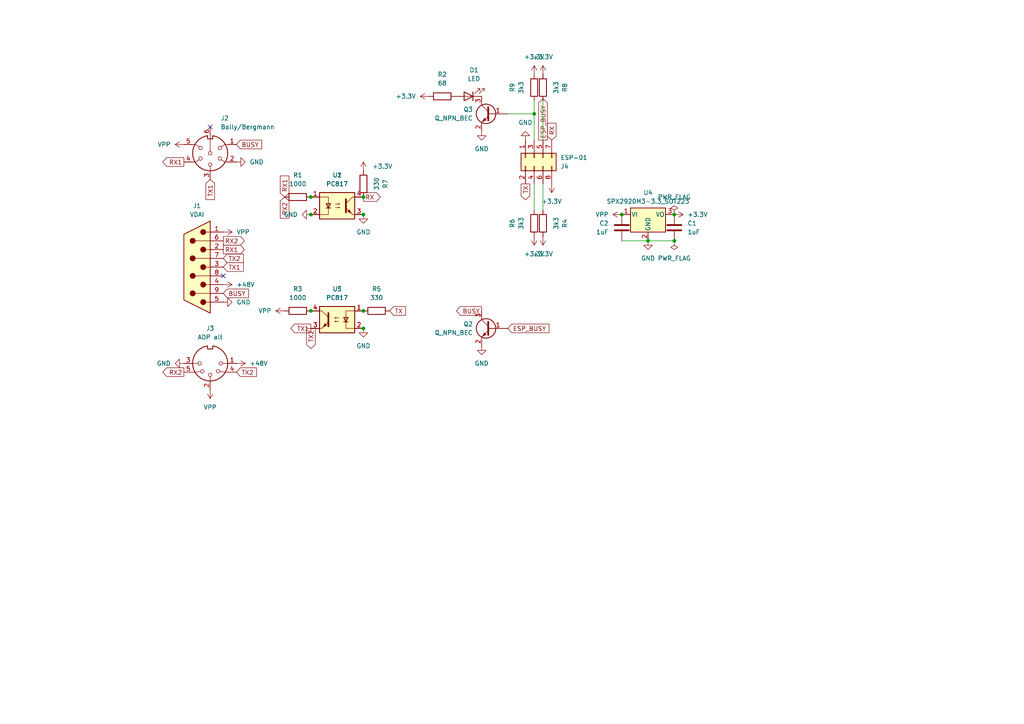
<source format=kicad_sch>
(kicad_sch (version 20231120) (generator "eeschema") (generator_version "8.0")
  (paper "A4")
  (lib_symbols
    (symbol "Connector:DE9_Plug" (pin_names (offset 1.016) hide)
      (property "Reference" "J" (at 0 13.97 0))
      (property "Value" "DE9_Plug" (at 0 -14.605 0))
      (symbol "DE9_Plug_0_1"
        (circle (center -1.778 -10.16) (radius 0.762) (fill (type outline)))
        (circle (center -1.778 -5.08) (radius 0.762) (fill (type outline)))
        (circle (center -1.778 0) (radius 0.762) (fill (type outline)))
        (circle (center -1.778 5.08) (radius 0.762) (fill (type outline)))
        (circle (center -1.778 10.16) (radius 0.762) (fill (type outline)))
        (polyline (pts (xy -3.81 -10.16) (xy -2.54 -10.16)))
        (polyline (pts (xy -3.81 -7.62) (xy 0.508 -7.62)))
        (polyline (pts (xy -3.81 -5.08) (xy -2.54 -5.08)))
        (polyline (pts (xy -3.81 -2.54) (xy 0.508 -2.54)))
        (polyline (pts (xy -3.81 0) (xy -2.54 0)))
        (polyline (pts (xy -3.81 2.54) (xy 0.508 2.54)))
        (polyline (pts (xy -3.81 5.08) (xy -2.54 5.08)))
        (polyline (pts (xy -3.81 7.62) (xy 0.508 7.62)))
        (polyline (pts (xy -3.81 10.16) (xy -2.54 10.16)))
        (polyline (pts (xy -3.81 -13.335) (xy -3.81 13.335) (xy 3.81 9.525) (xy 3.81 -9.525) (xy -3.81 -13.335)) (stroke (width 0.254)) (fill (type background)))
        (circle (center 1.27 -7.62) (radius 0.762) (fill (type outline)))
        (circle (center 1.27 -2.54) (radius 0.762) (fill (type outline)))
        (circle (center 1.27 2.54) (radius 0.762) (fill (type outline)))
        (circle (center 1.27 7.62) (radius 0.762) (fill (type outline)))
      )
      (symbol "DE9_Plug_1_1"
        (pin passive line (at -7.62 -10.16 0) (length 3.81) (name "1") (number "1"))
        (pin passive line (at -7.62 -5.08 0) (length 3.81) (name "2") (number "2"))
        (pin passive line (at -7.62 0 0) (length 3.81) (name "3") (number "3"))
        (pin passive line (at -7.62 5.08 0) (length 3.81) (name "4") (number "4"))
        (pin passive line (at -7.62 10.16 0) (length 3.81) (name "5") (number "5"))
        (pin passive line (at -7.62 -7.62 0) (length 3.81) (name "6") (number "6"))
        (pin passive line (at -7.62 -2.54 0) (length 3.81) (name "7") (number "7"))
        (pin passive line (at -7.62 2.54 0) (length 3.81) (name "8") (number "8"))
        (pin passive line (at -7.62 7.62 0) (length 3.81) (name "9") (number "9"))
      )
    )
    (symbol "Connector:DIN-5_180degree" (pin_names (offset 1.016))
      (property "Reference" "J" (at 3.175 5.715 0))
      (property "Value" "DIN-5_180degree" (at 0 -6.35 0))
      (symbol "DIN-5_180degree_0_1"
        (arc (start -5.08 0) (mid -3.8609 -3.3364) (end -0.762 -5.08) (stroke (width 0.254)))
        (circle (center -3.048 0) (radius 0.508))
        (circle (center -2.286 2.286) (radius 0.508))
        (polyline (pts (xy -5.08 0) (xy -3.556 0)))
        (polyline (pts (xy 0 5.08) (xy 0 3.81)))
        (polyline (pts (xy 5.08 0) (xy 3.556 0)))
        (polyline (pts (xy -5.08 2.54) (xy -4.318 2.54) (xy -2.794 2.286)))
        (polyline (pts (xy 5.08 2.54) (xy 4.318 2.54) (xy 2.794 2.286)))
        (polyline (pts (xy -0.762 -4.953) (xy -0.762 -4.191) (xy 0.762 -4.191) (xy 0.762 -4.953)) (stroke (width 0.254)))
        (circle (center 0 3.302) (radius 0.508))
        (arc (start 0.762 -5.08) (mid 3.8685 -3.343) (end 5.08 0) (stroke (width 0.254)))
        (circle (center 2.286 2.286) (radius 0.508))
        (circle (center 3.048 0) (radius 0.508))
        (arc (start 5.08 0) (mid 0 5.0579) (end -5.08 0) (stroke (width 0.254)))
      )
      (symbol "DIN-5_180degree_1_1"
        (pin passive line (at -7.62 0 0) (length 2.54) (name "~") (number "1"))
        (pin passive line (at 0 7.62 270) (length 2.54) (name "~") (number "2"))
        (pin passive line (at 7.62 0 180) (length 2.54) (name "~") (number "3"))
        (pin passive line (at -7.62 2.54 0) (length 2.54) (name "~") (number "4"))
        (pin passive line (at 7.62 2.54 180) (length 2.54) (name "~") (number "5"))
      )
    )
    (symbol "Connector:DIN-6" (pin_names (offset 1.016))
      (property "Reference" "J" (at 3.175 5.715 0))
      (property "Value" "DIN-6" (at 4.445 -4.445 0))
      (symbol "DIN-6_0_1"
        (arc (start -5.08 0) (mid -3.8609 -3.3364) (end -0.762 -5.08) (stroke (width 0.254)))
        (circle (center -2.794 -1.524) (radius 0.508))
        (circle (center -2.794 1.524) (radius 0.508))
        (polyline (pts (xy 0 -5.08) (xy 0 -0.508)))
        (polyline (pts (xy 0 5.08) (xy 0 3.81)))
        (polyline (pts (xy -5.08 -2.54) (xy -4.318 -2.54) (xy -3.175 -1.905)))
        (polyline (pts (xy -5.08 2.54) (xy -4.318 2.54) (xy -3.175 1.905)))
        (polyline (pts (xy 5.08 -2.54) (xy 4.318 -2.54) (xy 3.175 -1.905)))
        (polyline (pts (xy 5.08 2.54) (xy 4.318 2.54) (xy 3.175 1.905)))
        (polyline (pts (xy -0.762 -4.953) (xy -0.762 -4.191) (xy 0.762 -4.191) (xy 0.762 -4.953)) (stroke (width 0.254)))
        (circle (center 0 0) (radius 0.508))
        (circle (center 0 3.302) (radius 0.508))
        (arc (start 0.762 -5.08) (mid 3.8685 -3.343) (end 5.08 0) (stroke (width 0.254)))
        (circle (center 2.794 -1.524) (radius 0.508))
        (circle (center 2.794 1.524) (radius 0.508))
        (arc (start 5.08 0) (mid 0 5.0579) (end -5.08 0) (stroke (width 0.254)))
      )
      (symbol "DIN-6_1_1"
        (pin passive line (at -7.62 -2.54 0) (length 2.54) (name "~") (number "1"))
        (pin passive line (at -7.62 2.54 0) (length 2.54) (name "~") (number "2"))
        (pin passive line (at 0 7.62 270) (length 2.54) (name "~") (number "3"))
        (pin passive line (at 7.62 2.54 180) (length 2.54) (name "~") (number "4"))
        (pin passive line (at 7.62 -2.54 180) (length 2.54) (name "~") (number "5"))
        (pin passive line (at 0 -7.62 90) (length 2.54) (name "~") (number "6"))
      )
    )
    (symbol "Connector_Generic:Conn_02x04_Odd_Even" (pin_names (offset 1.016) hide)
      (property "Reference" "J" (at 1.27 5.08 0))
      (property "Value" "Conn_02x04_Odd_Even" (at 1.27 -7.62 0))
      (symbol "Conn_02x04_Odd_Even_1_1"
        (rectangle (start -1.27 -4.953) (end 0 -5.207) (stroke (width 0.1524)))
        (rectangle (start -1.27 -2.413) (end 0 -2.667) (stroke (width 0.1524)))
        (rectangle (start -1.27 0.127) (end 0 -0.127) (stroke (width 0.1524)))
        (rectangle (start -1.27 2.667) (end 0 2.413) (stroke (width 0.1524)))
        (rectangle (start -1.27 3.81) (end 3.81 -6.35) (stroke (width 0.254)) (fill (type background)))
        (rectangle (start 3.81 -4.953) (end 2.54 -5.207) (stroke (width 0.1524)))
        (rectangle (start 3.81 -2.413) (end 2.54 -2.667) (stroke (width 0.1524)))
        (rectangle (start 3.81 0.127) (end 2.54 -0.127) (stroke (width 0.1524)))
        (rectangle (start 3.81 2.667) (end 2.54 2.413) (stroke (width 0.1524)))
        (pin passive line (at -5.08 2.54 0) (length 3.81) (name "Pin_1") (number "1"))
        (pin passive line (at 7.62 2.54 180) (length 3.81) (name "Pin_2") (number "2"))
        (pin passive line (at -5.08 0 0) (length 3.81) (name "Pin_3") (number "3"))
        (pin passive line (at 7.62 0 180) (length 3.81) (name "Pin_4") (number "4"))
        (pin passive line (at -5.08 -2.54 0) (length 3.81) (name "Pin_5") (number "5"))
        (pin passive line (at 7.62 -2.54 180) (length 3.81) (name "Pin_6") (number "6"))
        (pin passive line (at -5.08 -5.08 0) (length 3.81) (name "Pin_7") (number "7"))
        (pin passive line (at 7.62 -5.08 180) (length 3.81) (name "Pin_8") (number "8"))
      )
    )
    (symbol "Device:C" (pin_numbers hide) (pin_names (offset 0.254))
      (property "Reference" "C" (at 0.635 2.54 0))
      (property "Value" "C" (at 0.635 -2.54 0))
      (symbol "C_0_1"
        (polyline (pts (xy -2.032 -0.762) (xy 2.032 -0.762)) (stroke (width 0.508)))
        (polyline (pts (xy -2.032 0.762) (xy 2.032 0.762)) (stroke (width 0.508)))
      )
      (symbol "C_1_1"
        (pin passive line (at 0 3.81 270) (length 2.794) (name "~") (number "1"))
        (pin passive line (at 0 -3.81 90) (length 2.794) (name "~") (number "2"))
      )
    )
    (symbol "Device:LED" (pin_numbers hide) (pin_names (offset 1.016) hide)
      (property "Reference" "D" (at 0 2.54 0))
      (property "Value" "LED" (at 0 -2.54 0))
      (symbol "LED_0_1"
        (polyline (pts (xy -1.27 -1.27) (xy -1.27 1.27)) (stroke (width 0.254)))
        (polyline (pts (xy -1.27 0) (xy 1.27 0)))
        (polyline (pts (xy 1.27 -1.27) (xy 1.27 1.27) (xy -1.27 0) (xy 1.27 -1.27)) (stroke (width 0.254)))
        (polyline (pts (xy -3.048 -0.762) (xy -4.572 -2.286) (xy -3.81 -2.286) (xy -4.572 -2.286) (xy -4.572 -1.524)))
        (polyline (pts (xy -1.778 -0.762) (xy -3.302 -2.286) (xy -2.54 -2.286) (xy -3.302 -2.286) (xy -3.302 -1.524)))
      )
      (symbol "LED_1_1"
        (pin passive line (at -3.81 0 0) (length 2.54) (name "K") (number "1"))
        (pin passive line (at 3.81 0 180) (length 2.54) (name "A") (number "2"))
      )
    )
    (symbol "Device:Q_NPN_BEC" (pin_names (offset 0) hide)
      (property "Reference" "Q" (at 5.08 1.27 0))
      (property "Value" "Q_NPN_BEC" (at 5.08 -1.27 0))
      (symbol "Q_NPN_BEC_0_1"
        (polyline (pts (xy 0.635 0.635) (xy 2.54 2.54)))
        (polyline (pts (xy 0.635 -0.635) (xy 2.54 -2.54) (xy 2.54 -2.54)))
        (polyline (pts (xy 0.635 1.905) (xy 0.635 -1.905) (xy 0.635 -1.905)) (stroke (width 0.508)))
        (polyline (pts (xy 1.27 -1.778) (xy 1.778 -1.27) (xy 2.286 -2.286) (xy 1.27 -1.778) (xy 1.27 -1.778)) (fill (type outline)))
        (circle (center 1.27 0) (radius 2.8194) (stroke (width 0.254)))
      )
      (symbol "Q_NPN_BEC_1_1"
        (pin input line (at -5.08 0 0) (length 5.715) (name "B") (number "1"))
        (pin passive line (at 2.54 -5.08 90) (length 2.54) (name "E") (number "2"))
        (pin passive line (at 2.54 5.08 270) (length 2.54) (name "C") (number "3"))
      )
    )
    (symbol "Device:R" (pin_numbers hide) (pin_names (offset 0))
      (property "Reference" "R" (at 2.032 0 90))
      (property "Value" "R" (at 0 0 90))
      (symbol "R_0_1"
        (rectangle (start -1.016 -2.54) (end 1.016 2.54) (stroke (width 0.254)))
      )
      (symbol "R_1_1"
        (pin passive line (at 0 3.81 270) (length 1.27) (name "~") (number "1"))
        (pin passive line (at 0 -3.81 90) (length 1.27) (name "~") (number "2"))
      )
    )
    (symbol "Isolator:PC817" (pin_names (offset 1.016))
      (property "Reference" "U" (at -5.08 5.08 0))
      (property "Value" "PC817" (at 0 5.08 0))
      (symbol "PC817_0_1"
        (rectangle (start -5.08 3.81) (end 5.08 -3.81) (stroke (width 0.254)) (fill (type background)))
        (polyline (pts (xy -3.175 -0.635) (xy -1.905 -0.635)) (stroke (width 0.254)))
        (polyline (pts (xy 2.54 0.635) (xy 4.445 2.54)))
        (polyline (pts (xy 4.445 -2.54) (xy 2.54 -0.635)) (fill (type outline)))
        (polyline (pts (xy 4.445 -2.54) (xy 5.08 -2.54)))
        (polyline (pts (xy 4.445 2.54) (xy 5.08 2.54)))
        (polyline (pts (xy -5.08 2.54) (xy -2.54 2.54) (xy -2.54 -0.635)))
        (polyline (pts (xy -2.54 -0.635) (xy -2.54 -2.54) (xy -5.08 -2.54)))
        (polyline (pts (xy 2.54 1.905) (xy 2.54 -1.905) (xy 2.54 -1.905)) (stroke (width 0.508)))
        (polyline (pts (xy -2.54 -0.635) (xy -3.175 0.635) (xy -1.905 0.635) (xy -2.54 -0.635)) (stroke (width 0.254)))
        (polyline (pts (xy -0.508 -0.508) (xy 0.762 -0.508) (xy 0.381 -0.635) (xy 0.381 -0.381) (xy 0.762 -0.508)))
        (polyline (pts (xy -0.508 0.508) (xy 0.762 0.508) (xy 0.381 0.381) (xy 0.381 0.635) (xy 0.762 0.508)))
        (polyline (pts (xy 3.048 -1.651) (xy 3.556 -1.143) (xy 4.064 -2.159) (xy 3.048 -1.651) (xy 3.048 -1.651)) (fill (type outline)))
      )
      (symbol "PC817_1_1"
        (pin passive line (at -7.62 2.54 0) (length 2.54) (name "~") (number "1"))
        (pin passive line (at -7.62 -2.54 0) (length 2.54) (name "~") (number "2"))
        (pin passive line (at 7.62 -2.54 180) (length 2.54) (name "~") (number "3"))
        (pin passive line (at 7.62 2.54 180) (length 2.54) (name "~") (number "4"))
      )
    )
    (symbol "Regulator_Linear:SPX2920M3-3.3_SOT223" (pin_names (offset 0.254))
      (property "Reference" "U" (at -3.81 3.175 0))
      (property "Value" "SPX2920M3-3.3_SOT223" (at 0 3.175 0))
      (symbol "SPX2920M3-3.3_SOT223_0_1"
        (rectangle (start -5.08 -5.08) (end 5.08 1.905) (stroke (width 0.254)) (fill (type background)))
      )
      (symbol "SPX2920M3-3.3_SOT223_1_1"
        (pin power_in line (at -7.62 0 0) (length 2.54) (name "VI") (number "1"))
        (pin power_in line (at 0 -7.62 90) (length 2.54) (name "GND") (number "2"))
        (pin power_out line (at 7.62 0 180) (length 2.54) (name "VO") (number "3"))
      )
    )
    (symbol "power:+3.3V" (power) (pin_numbers hide) (pin_names (offset 0) hide)
      (property "Value" "+3.3V" (at 0 3.556 0))
      (symbol "+3.3V_0_1"
        (polyline (pts (xy -0.762 1.27) (xy 0 2.54)))
        (polyline (pts (xy 0 0) (xy 0 2.54)))
        (polyline (pts (xy 0 2.54) (xy 0.762 1.27)))
      )
      (symbol "+3.3V_1_1"
        (pin power_in line (at 0 0 90) (length 0) (name "~") (number "1"))
      )
    )
    (symbol "power:+48V" (power) (pin_numbers hide) (pin_names (offset 0) hide)
      (property "Value" "+48V" (at 0 3.556 0))
      (symbol "+48V_0_1"
        (polyline (pts (xy -0.762 1.27) (xy 0 2.54)))
        (polyline (pts (xy 0 0) (xy 0 2.54)))
        (polyline (pts (xy 0 2.54) (xy 0.762 1.27)))
      )
      (symbol "+48V_1_1"
        (pin power_in line (at 0 0 90) (length 0) (name "~") (number "1"))
      )
    )
    (symbol "power:GND" (power) (pin_numbers hide) (pin_names (offset 0) hide)
      (property "Value" "GND" (at 0 -3.81 0))
      (symbol "GND_0_1"
        (polyline (pts (xy 0 0) (xy 0 -1.27) (xy 1.27 -1.27) (xy 0 -2.54) (xy -1.27 -1.27) (xy 0 -1.27)))
      )
      (symbol "GND_1_1"
        (pin power_in line (at 0 0 270) (length 0) (name "~") (number "1"))
      )
    )
    (symbol "power:PWR_FLAG" (power) (pin_numbers hide) (pin_names (offset 0) hide)
      (property "Value" "PWR_FLAG" (at 0 3.81 0))
      (symbol "PWR_FLAG_0_0"
        (pin power_out line (at 0 0 90) (length 0) (name "~") (number "1"))
      )
      (symbol "PWR_FLAG_0_1"
        (polyline (pts (xy 0 0) (xy 0 1.27) (xy -1.016 1.905) (xy 0 2.54) (xy 1.016 1.905) (xy 0 1.27)))
      )
    )
    (symbol "power:VPP" (power) (pin_numbers hide) (pin_names (offset 0) hide)
      (property "Value" "VPP" (at 0 3.556 0))
      (symbol "VPP_0_1"
        (polyline (pts (xy -0.762 1.27) (xy 0 2.54)))
        (polyline (pts (xy 0 0) (xy 0 2.54)))
        (polyline (pts (xy 0 2.54) (xy 0.762 1.27)))
      )
      (symbol "VPP_1_1"
        (pin power_in line (at 0 0 90) (length 0) (name "~") (number "1"))
      )
    )
  )
  (junction (at 195.58 69.85))
  (junction (at 90.17 90.17))
  (junction (at 90.17 62.23))
  (junction (at 154.94 33.02))
  (junction (at 105.41 62.23))
  (junction (at 105.41 95.25))
  (junction (at 90.17 57.15))
  (junction (at 195.58 62.23))
  (junction (at 105.41 57.15))
  (junction (at 105.41 90.17))
  (junction (at 180.34 62.23))
  (junction (at 187.96 69.85))
  (no_connect (at 60.96 36.83))
  (no_connect (at 64.77 80.01))
  (wire (pts (xy 154.94 29.21) (xy 154.94 33.02)))
  (wire (pts (xy 154.94 53.34) (xy 154.94 60.96)))
  (wire (pts (xy 147.32 33.02) (xy 154.94 33.02)))
  (wire (pts (xy 157.48 40.64) (xy 157.48 29.21)))
  (wire (pts (xy 157.48 53.34) (xy 157.48 60.96)))
  (wire (pts (xy 180.34 69.85) (xy 187.96 69.85)))
  (wire (pts (xy 187.96 69.85) (xy 195.58 69.85)))
  (wire (pts (xy 154.94 33.02) (xy 154.94 40.64)))
  (global_label "RX1" (shape output) (at 64.77 72.39 0) (property "Intersheetrefs" "${INTERSHEET_REFS}" (effects (hide yes))))
  (global_label "TX" (shape input) (at 113.03 90.17 0) (property "Intersheetrefs" "${INTERSHEET_REFS}" (effects (hide yes))))
  (global_label "RX2" (shape output) (at 64.77 69.85 0) (property "Intersheetrefs" "${INTERSHEET_REFS}" (effects (hide yes))))
  (global_label "RX2" (shape output) (at 53.34 107.95 180) (property "Intersheetrefs" "${INTERSHEET_REFS}" (effects (hide yes))))
  (global_label "TX1" (shape input) (at 60.96 52.07 270) (property "Intersheetrefs" "${INTERSHEET_REFS}" (effects (hide yes))))
  (global_label "RX" (shape output) (at 105.41 57.15 0) (property "Intersheetrefs" "${INTERSHEET_REFS}" (effects (hide yes))))
  (global_label "RX" (shape input) (at 160.02 40.64 90) (property "Intersheetrefs" "${INTERSHEET_REFS}" (effects (hide yes))))
  (global_label "TX" (shape output) (at 152.4 53.34 270) (property "Intersheetrefs" "${INTERSHEET_REFS}" (effects (hide yes))))
  (global_label "BUSY" (shape input) (at 68.58 41.91 0) (property "Intersheetrefs" "${INTERSHEET_REFS}" (effects (hide yes))))
  (global_label "BUSY" (shape input) (at 64.77 85.09 0) (property "Intersheetrefs" "${INTERSHEET_REFS}" (effects (hide yes))))
  (global_label "RX2" (shape input) (at 82.55 57.15 270) (property "Intersheetrefs" "${INTERSHEET_REFS}" (effects (hide yes))))
  (global_label "ESP_BUSY" (shape input) (at 147.32 95.25 0) (property "Intersheetrefs" "${INTERSHEET_REFS}" (effects (hide yes))))
  (global_label "TX2" (shape input) (at 68.58 107.95 0) (property "Intersheetrefs" "${INTERSHEET_REFS}" (effects (hide yes))))
  (global_label "TX2" (shape input) (at 64.77 74.93 0) (property "Intersheetrefs" "${INTERSHEET_REFS}" (effects (hide yes))))
  (global_label "ESP_BUSY" (shape output) (at 157.48 40.64 90) (property "Intersheetrefs" "${INTERSHEET_REFS}" (effects (hide yes))))
  (global_label "TX1" (shape input) (at 64.77 77.47 0) (property "Intersheetrefs" "${INTERSHEET_REFS}" (effects (hide yes))))
  (global_label "RX1" (shape output) (at 53.34 46.99 180) (property "Intersheetrefs" "${INTERSHEET_REFS}" (effects (hide yes))))
  (global_label "BUSY" (shape output) (at 139.7 90.17 180) (property "Intersheetrefs" "${INTERSHEET_REFS}" (effects (hide yes))))
  (global_label "RX1" (shape input) (at 82.55 57.15 90) (property "Intersheetrefs" "${INTERSHEET_REFS}" (effects (hide yes))))
  (global_label "TX1" (shape output) (at 90.17 95.25 180) (property "Intersheetrefs" "${INTERSHEET_REFS}" (effects (hide yes))))
  (global_label "TX2" (shape output) (at 90.17 95.25 270) (property "Intersheetrefs" "${INTERSHEET_REFS}" (effects (hide yes))))
  (symbol (lib_id "Connector:DIN-5_180degree") (at 60.96 105.41 180) (unit 1)
    (property "Reference" "J3" (at 60.9599 95.25 0))
    (property "Value" "ADP alt" (at 60.9599 97.79 0))
    (property "Footprint" "DIN:DIN41524" (effects (hide yes)))
    (property "Datasheet" "http://www.mouser.com/ds/2/18/40_c091_abd_e-75918.pdf" (effects (hide yes)))
    (property "Description" "5-pin DIN connector (5-pin DIN-5 stereo)" (effects (hide yes)))
  )
  (symbol (lib_id "power:+3.3V") (at 160.02 53.34 180) (unit 1)
    (property "Reference" "#PWR016" (effects (hide yes)))
    (property "Value" "+3.3V" (at 160.02 58.42 0))
    (property "Description" "Power symbol creates a global label with name \"+3.3V\"" (effects (hide yes)))
  )
  (symbol (lib_id "power:VPP") (at 60.96 113.03 180) (unit 1)
    (property "Reference" "#PWR03" (effects (hide yes)))
    (property "Value" "VPP" (at 60.96 118.11 0))
    (property "Description" "Power symbol creates a global label with name \"VPP\"" (effects (hide yes)))
  )
  (symbol (lib_id "power:GND") (at 187.96 69.85 0) (unit 1)
    (property "Reference" "#PWR06" (effects (hide yes)))
    (property "Value" "GND" (at 187.96 74.93 0))
    (property "Description" "Power symbol creates a global label with name \"GND\" , ground" (effects (hide yes)))
  )
  (symbol (lib_id "power:+48V") (at 68.58 105.41 270) (unit 1)
    (property "Reference" "#PWR04" (effects (hide yes)))
    (property "Value" "+48V" (at 72.39 105.4099 90) (effects (justify left)))
    (property "Description" "Power symbol creates a global label with name \"+48V\"" (effects (hide yes)))
  )
  (symbol (lib_id "Isolator:PC817") (at 97.79 59.69 0) (unit 1)
    (property "Reference" "U2" (at 97.79 50.8 0))
    (property "Value" "PC817" (at 97.79 53.34 0))
    (property "Footprint" "Package_DIP:DIP-4_W7.62mm" (effects (hide yes)))
    (property "Datasheet" "http://www.soselectronic.cz/a_info/resource/d/pc817.pdf" (effects (hide yes)))
    (property "Description" "DC Optocoupler, Vce 35V, CTR 50-300%, DIP-4" (effects (hide yes)))
  )
  (symbol (lib_id "Device:R") (at 157.48 25.4 0) (mirror x) (unit 1)
    (property "Reference" "R8" (at 163.83 25.4 90))
    (property "Value" "3k3" (at 161.29 25.4 90))
    (property "Footprint" "Resistor_SMD:R_0603_1608Metric_Pad0.98x0.95mm_HandSolder" (effects (hide yes)))
    (property "Description" "Resistor" (effects (hide yes)))
  )
  (symbol (lib_id "power:GND") (at 64.77 87.63 90) (unit 1)
    (property "Reference" "#PWR02" (effects (hide yes)))
    (property "Value" "GND" (at 68.58 87.6299 90) (effects (justify right)))
    (property "Description" "Power symbol creates a global label with name \"GND\" , ground" (effects (hide yes)))
  )
  (symbol (lib_id "power:+48V") (at 64.77 82.55 270) (unit 1)
    (property "Reference" "#PWR01" (effects (hide yes)))
    (property "Value" "+48V" (at 68.58 82.5499 90) (effects (justify left)))
    (property "Description" "Power symbol creates a global label with name \"+48V\"" (effects (hide yes)))
  )
  (symbol (lib_id "power:GND") (at 152.4 40.64 180) (unit 1)
    (property "Reference" "#PWR014" (effects (hide yes)))
    (property "Value" "GND" (at 152.4 35.56 0))
    (property "Description" "Power symbol creates a global label with name \"GND\" , ground" (effects (hide yes)))
  )
  (symbol (lib_id "Device:R") (at 109.22 90.17 270) (mirror x) (unit 1)
    (property "Reference" "R5" (at 109.22 83.82 90))
    (property "Value" "330" (at 109.22 86.36 90))
    (property "Footprint" "Resistor_SMD:R_0603_1608Metric_Pad0.98x0.95mm_HandSolder" (effects (hide yes)))
    (property "Description" "Resistor" (effects (hide yes)))
  )
  (symbol (lib_id "Isolator:PC817") (at 97.79 92.71 0) (mirror y) (unit 1)
    (property "Reference" "U3" (at 97.79 83.82 0))
    (property "Value" "PC817" (at 97.79 86.36 0))
    (property "Footprint" "Package_DIP:DIP-4_W8.89mm_SMDSocket_LongPads" (effects (hide yes)))
    (property "Datasheet" "http://www.soselectronic.cz/a_info/resource/d/pc817.pdf" (effects (hide yes)))
    (property "Description" "DC Optocoupler, Vce 35V, CTR 50-300%, DIP-4" (effects (hide yes)))
  )
  (symbol (lib_id "power:VPP") (at 180.34 62.23 90) (unit 1)
    (property "Reference" "#PWR024" (effects (hide yes)))
    (property "Value" "VPP" (at 176.53 62.2299 90) (effects (justify left)))
    (property "Description" "Power symbol creates a global label with name \"VPP\"" (effects (hide yes)))
  )
  (symbol (lib_id "Connector_Generic:Conn_02x04_Odd_Even") (at 154.94 45.72 90) (mirror x) (unit 1)
    (property "Reference" "J4" (at 162.56 48.2601 90) (effects (justify right)))
    (property "Value" "ESP-01" (at 162.56 45.7201 90) (effects (justify right)))
    (property "Footprint" "Connector_PinSocket_2.54mm:PinSocket_2x04_P2.54mm_Vertical" (effects (hide yes)))
    (property "Description" "Generic connector, double row, 02x04, odd/even pin numbering scheme (row 1 odd numbers, row 2 even numbers), script generated (kicad-library-utils/schlib/autogen/connector/)" (effects (hide yes)))
  )
  (symbol (lib_id "Device:Q_NPN_BEC") (at 142.24 33.02 0) (mirror y) (unit 1)
    (property "Reference" "Q3" (at 137.16 31.7499 0) (effects (justify left)))
    (property "Value" "Q_NPN_BEC" (at 137.16 34.2899 0) (effects (justify left)))
    (property "Footprint" "Package_TO_SOT_SMD:SOT-23" (effects (hide yes)))
    (property "Description" "NPN transistor, base/emitter/collector" (effects (hide yes)))
  )
  (symbol (lib_id "power:GND") (at 90.17 62.23 270) (unit 1)
    (property "Reference" "#PWR012" (effects (hide yes)))
    (property "Value" "GND" (at 86.36 62.2299 90) (effects (justify right)))
    (property "Description" "Power symbol creates a global label with name \"GND\" , ground" (effects (hide yes)))
  )
  (symbol (lib_id "power:+3.3V") (at 105.41 49.53 0) (unit 1)
    (property "Reference" "#PWR08" (effects (hide yes)))
    (property "Value" "+3.3V" (at 107.95 48.2599 0) (effects (justify left)))
    (property "Description" "Power symbol creates a global label with name \"+3.3V\"" (effects (hide yes)))
  )
  (symbol (lib_id "power:+3.3V") (at 124.46 27.94 90) (unit 1)
    (property "Reference" "#PWR021" (effects (hide yes)))
    (property "Value" "+3.3V" (at 120.65 27.9399 90) (effects (justify left)))
    (property "Description" "Power symbol creates a global label with name \"+3.3V\"" (effects (hide yes)))
  )
  (symbol (lib_id "Device:R") (at 105.41 53.34 0) (unit 1)
    (property "Reference" "R7" (at 111.76 53.34 90))
    (property "Value" "330" (at 109.22 53.34 90))
    (property "Footprint" "Resistor_SMD:R_0603_1608Metric_Pad0.98x0.95mm_HandSolder" (effects (hide yes)))
    (property "Description" "Resistor" (effects (hide yes)))
  )
  (symbol (lib_id "Isolator:PC817") (at 97.79 92.71 0) (mirror y) (unit 1)
    (property "Reference" "U5" (at 97.79 83.82 0))
    (property "Value" "PC817" (at 97.79 86.36 0))
    (property "Footprint" "Package_DIP:DIP-4_W7.62mm" (effects (hide yes)))
    (property "Datasheet" "http://www.soselectronic.cz/a_info/resource/d/pc817.pdf" (effects (hide yes)))
    (property "Description" "DC Optocoupler, Vce 35V, CTR 50-300%, DIP-4" (effects (hide yes)))
  )
  (symbol (lib_id "power:GND") (at 105.41 95.25 0) (mirror y) (unit 1)
    (property "Reference" "#PWR018" (effects (hide yes)))
    (property "Value" "GND" (at 105.41 100.33 0))
    (property "Description" "Power symbol creates a global label with name \"GND\" , ground" (effects (hide yes)))
  )
  (symbol (lib_id "Device:R") (at 154.94 25.4 180) (unit 1)
    (property "Reference" "R9" (at 148.59 25.4 90))
    (property "Value" "3k3" (at 151.13 25.4 90))
    (property "Footprint" "Resistor_SMD:R_0603_1608Metric_Pad0.98x0.95mm_HandSolder" (effects (hide yes)))
    (property "Description" "Resistor" (effects (hide yes)))
  )
  (symbol (lib_id "Connector:DIN-6") (at 60.96 44.45 180) (unit 1)
    (property "Reference" "J2" (at 63.9765 34.29 0) (effects (justify right)))
    (property "Value" "Bally/Bergmann" (at 63.9765 36.83 0) (effects (justify right)))
    (property "Footprint" "DIN:DIN45322" (effects (hide yes)))
    (property "Datasheet" "http://www.mouser.com/ds/2/18/40_c091_abd_e-75918.pdf" (effects (hide yes)))
    (property "Description" "6-pin DIN connector" (effects (hide yes)))
  )
  (symbol (lib_id "power:VPP") (at 82.55 90.17 90) (unit 1)
    (property "Reference" "#PWR013" (effects (hide yes)))
    (property "Value" "VPP" (at 78.74 90.1699 90) (effects (justify left)))
    (property "Description" "Power symbol creates a global label with name \"VPP\"" (effects (hide yes)))
  )
  (symbol (lib_id "Device:R") (at 86.36 90.17 90) (unit 1)
    (property "Reference" "R3" (at 86.36 83.82 90))
    (property "Value" "1000" (at 86.36 86.36 90))
    (property "Footprint" "Resistor_SMD:R_0603_1608Metric_Pad0.98x0.95mm_HandSolder" (effects (hide yes)))
    (property "Description" "Resistor" (effects (hide yes)))
  )
  (symbol (lib_id "power:+3.3V") (at 157.48 21.59 0) (unit 1)
    (property "Reference" "#PWR022" (effects (hide yes)))
    (property "Value" "+3.3V" (at 157.48 16.51 0))
    (property "Description" "Power symbol creates a global label with name \"+3.3V\"" (effects (hide yes)))
  )
  (symbol (lib_id "power:+3.3V") (at 157.48 68.58 180) (unit 1)
    (property "Reference" "#PWR023" (effects (hide yes)))
    (property "Value" "+3.3V" (at 157.48 73.66 0))
    (property "Description" "Power symbol creates a global label with name \"+3.3V\"" (effects (hide yes)))
  )
  (symbol (lib_id "power:+3.3V") (at 195.58 62.23 270) (unit 1)
    (property "Reference" "#PWR09" (effects (hide yes)))
    (property "Value" "+3.3V" (at 199.39 62.2299 90) (effects (justify left)))
    (property "Description" "Power symbol creates a global label with name \"+3.3V\"" (effects (hide yes)))
  )
  (symbol (lib_id "power:GND") (at 53.34 105.41 270) (unit 1)
    (property "Reference" "#PWR07" (effects (hide yes)))
    (property "Value" "GND" (at 49.53 105.4099 90) (effects (justify right)))
    (property "Description" "Power symbol creates a global label with name \"GND\" , ground" (effects (hide yes)))
  )
  (symbol (lib_id "power:GND") (at 139.7 100.33 0) (mirror y) (unit 1)
    (property "Reference" "#PWR015" (effects (hide yes)))
    (property "Value" "GND" (at 139.7 105.41 0))
    (property "Description" "Power symbol creates a global label with name \"GND\" , ground" (effects (hide yes)))
  )
  (symbol (lib_id "Device:R") (at 86.36 57.15 90) (unit 1)
    (property "Reference" "R1" (at 86.36 50.8 90))
    (property "Value" "1000" (at 86.36 53.34 90))
    (property "Footprint" "Resistor_SMD:R_0603_1608Metric_Pad0.98x0.95mm_HandSolder" (effects (hide yes)))
    (property "Description" "Resistor" (effects (hide yes)))
  )
  (symbol (lib_id "Device:Q_NPN_BEC") (at 142.24 95.25 0) (mirror y) (unit 1)
    (property "Reference" "Q2" (at 137.16 93.9799 0) (effects (justify left)))
    (property "Value" "Q_NPN_BEC" (at 137.16 96.5199 0) (effects (justify left)))
    (property "Footprint" "Package_TO_SOT_SMD:SOT-23" (effects (hide yes)))
    (property "Description" "NPN transistor, base/emitter/collector" (effects (hide yes)))
  )
  (symbol (lib_id "power:GND") (at 105.41 62.23 0) (mirror y) (unit 1)
    (property "Reference" "#PWR017" (effects (hide yes)))
    (property "Value" "GND" (at 105.41 67.31 0))
    (property "Description" "Power symbol creates a global label with name \"GND\" , ground" (effects (hide yes)))
  )
  (symbol (lib_id "Device:LED") (at 135.89 27.94 180) (unit 1)
    (property "Reference" "D1" (at 137.4775 20.32 0))
    (property "Value" "LED" (at 137.4775 22.86 0))
    (property "Footprint" "LED_SMD:LED_0603_1608Metric" (effects (hide yes)))
    (property "Description" "Light emitting diode" (effects (hide yes)))
  )
  (symbol (lib_id "Device:C") (at 180.34 66.04 0) (mirror y) (unit 1)
    (property "Reference" "C2" (at 176.53 64.7699 0) (effects (justify left)))
    (property "Value" "1uF" (at 176.53 67.3099 0) (effects (justify left)))
    (property "Footprint" "Capacitor_SMD:C_0603_1608Metric_Pad1.08x0.95mm_HandSolder" (effects (hide yes)))
    (property "Description" "Unpolarized capacitor" (effects (hide yes)))
  )
  (symbol (lib_id "power:+3.3V") (at 154.94 68.58 180) (unit 1)
    (property "Reference" "#PWR019" (effects (hide yes)))
    (property "Value" "+3.3V" (at 154.94 73.66 0))
    (property "Description" "Power symbol creates a global label with name \"+3.3V\"" (effects (hide yes)))
  )
  (symbol (lib_id "power:VPP") (at 64.77 67.31 270) (unit 1)
    (property "Reference" "#PWR011" (effects (hide yes)))
    (property "Value" "VPP" (at 68.58 67.3099 90) (effects (justify left)))
    (property "Description" "Power symbol creates a global label with name \"VPP\"" (effects (hide yes)))
  )
  (symbol (lib_id "Device:R") (at 157.48 64.77 0) (unit 1)
    (property "Reference" "R4" (at 163.83 64.77 90))
    (property "Value" "3k3" (at 161.29 64.77 90))
    (property "Footprint" "Resistor_SMD:R_0603_1608Metric_Pad0.98x0.95mm_HandSolder" (effects (hide yes)))
    (property "Description" "Resistor" (effects (hide yes)))
  )
  (symbol (lib_id "power:PWR_FLAG") (at 195.58 62.23 0) (unit 1)
    (property "Reference" "#FLG02" (effects (hide yes)))
    (property "Value" "PWR_FLAG" (at 195.58 57.15 0))
    (property "Description" "Special symbol for telling ERC where power comes from" (effects (hide yes)))
  )
  (symbol (lib_id "Connector:DE9_Plug") (at 57.15 77.47 180) (unit 1)
    (property "Reference" "J1" (at 57.15 59.69 0))
    (property "Value" "VDAI" (at 57.15 62.23 0))
    (property "Footprint" "Connector_Dsub:DSUB-9_Male_EdgeMount_P2.77mm" (effects (hide yes)))
    (property "Description" "9-pin male plug pin D-SUB connector" (effects (hide yes)))
  )
  (symbol (lib_id "Regulator_Linear:SPX2920M3-3.3_SOT223") (at 187.96 62.23 0) (unit 1)
    (property "Reference" "U4" (at 187.96 55.88 0))
    (property "Value" "SPX2920M3-3.3_SOT223" (at 187.96 58.42 0))
    (property "Footprint" "Package_TO_SOT_SMD:SOT-223-3_TabPin2" (effects (hide yes)))
    (property "Datasheet" "http://www.zlgmcu.com/Sipex/LDO/PDF/spx2920.pdf" (effects (hide yes)))
    (property "Description" "400mA Low drop-out regulator, Fixed Output 3.3V, SOT-223" (effects (hide yes)))
  )
  (symbol (lib_id "Isolator:PC817") (at 97.79 59.69 0) (unit 1)
    (property "Reference" "U1" (at 97.79 50.8 0))
    (property "Value" "PC817" (at 97.79 53.34 0))
    (property "Footprint" "Package_DIP:DIP-4_W8.89mm_SMDSocket_LongPads" (effects (hide yes)))
    (property "Datasheet" "http://www.soselectronic.cz/a_info/resource/d/pc817.pdf" (effects (hide yes)))
    (property "Description" "DC Optocoupler, Vce 35V, CTR 50-300%, DIP-4" (effects (hide yes)))
  )
  (symbol (lib_id "power:PWR_FLAG") (at 195.58 69.85 180) (unit 1)
    (property "Reference" "#FLG01" (effects (hide yes)))
    (property "Value" "PWR_FLAG" (at 195.58 74.93 0))
    (property "Description" "Special symbol for telling ERC where power comes from" (effects (hide yes)))
  )
  (symbol (lib_id "power:GND") (at 139.7 38.1 0) (mirror y) (unit 1)
    (property "Reference" "#PWR020" (effects (hide yes)))
    (property "Value" "GND" (at 139.7 43.18 0))
    (property "Description" "Power symbol creates a global label with name \"GND\" , ground" (effects (hide yes)))
  )
  (symbol (lib_id "Device:C") (at 195.58 66.04 0) (unit 1)
    (property "Reference" "C1" (at 199.39 64.7699 0) (effects (justify left)))
    (property "Value" "1uF" (at 199.39 67.3099 0) (effects (justify left)))
    (property "Footprint" "Capacitor_SMD:C_0603_1608Metric_Pad1.08x0.95mm_HandSolder" (effects (hide yes)))
    (property "Description" "Unpolarized capacitor" (effects (hide yes)))
  )
  (symbol (lib_id "Device:R") (at 128.27 27.94 270) (mirror x) (unit 1)
    (property "Reference" "R2" (at 128.27 21.59 90))
    (property "Value" "68" (at 128.27 24.13 90))
    (property "Footprint" "Resistor_SMD:R_0603_1608Metric_Pad0.98x0.95mm_HandSolder" (effects (hide yes)))
    (property "Description" "Resistor" (effects (hide yes)))
  )
  (symbol (lib_id "power:VPP") (at 53.34 41.91 90) (unit 1)
    (property "Reference" "#PWR05" (effects (hide yes)))
    (property "Value" "VPP" (at 49.53 41.9099 90) (effects (justify left)))
    (property "Description" "Power symbol creates a global label with name \"VPP\"" (effects (hide yes)))
  )
  (symbol (lib_id "Device:R") (at 154.94 64.77 0) (mirror y) (unit 1)
    (property "Reference" "R6" (at 148.59 64.77 90))
    (property "Value" "3k3" (at 151.13 64.77 90))
    (property "Footprint" "Resistor_SMD:R_0603_1608Metric_Pad0.98x0.95mm_HandSolder" (effects (hide yes)))
    (property "Description" "Resistor" (effects (hide yes)))
  )
  (symbol (lib_id "power:GND") (at 68.58 46.99 90) (unit 1)
    (property "Reference" "#PWR010" (effects (hide yes)))
    (property "Value" "GND" (at 72.39 46.9899 90) (effects (justify right)))
    (property "Description" "Power symbol creates a global label with name \"GND\" , ground" (effects (hide yes)))
  )
  (symbol (lib_id "power:+3.3V") (at 154.94 21.59 0) (unit 1)
    (property "Reference" "#PWR025" (effects (hide yes)))
    (property "Value" "+3.3V" (at 154.94 16.51 0))
    (property "Description" "Power symbol creates a global label with name \"+3.3V\"" (effects (hide yes)))
  )
)
</source>
